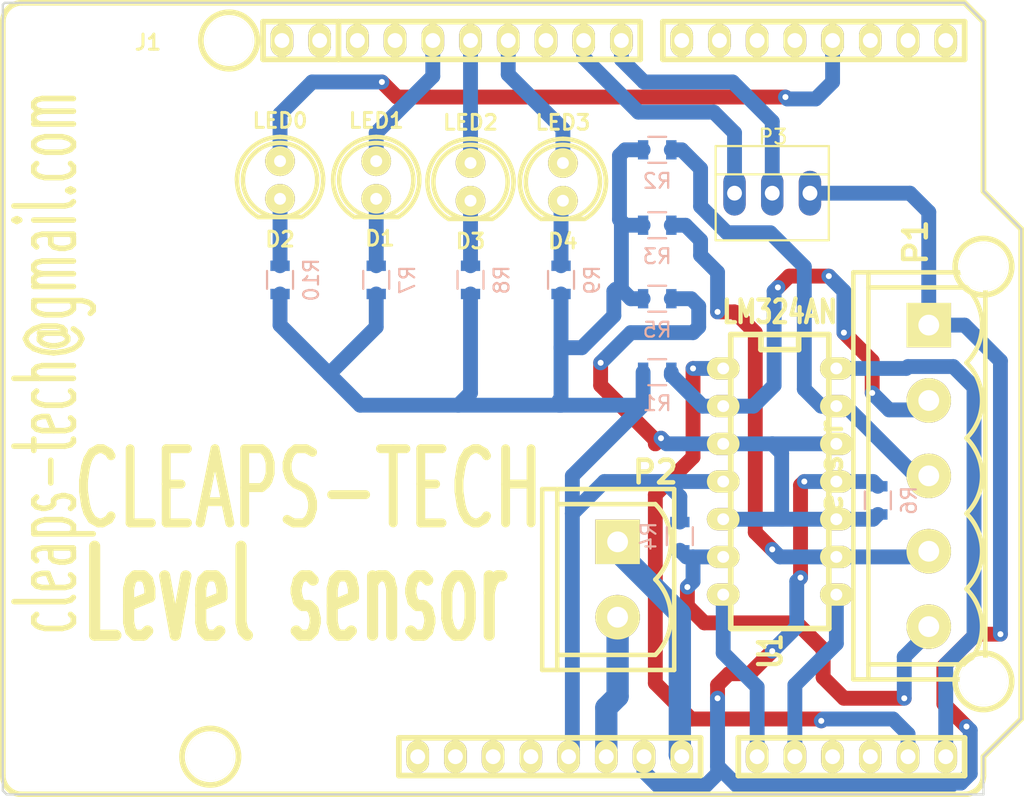
<source format=kicad_pcb>
(kicad_pcb (version 4) (host pcbnew 4.0.2-stable)

  (general
    (links 43)
    (no_connects 0)
    (area 91.1255 55.616499 160.537501 109.737501)
    (thickness 1.6)
    (drawings 22)
    (tracks 233)
    (zones 0)
    (modules 19)
    (nets 24)
  )

  (page A4)
  (layers
    (0 F.Cu signal)
    (31 B.Cu signal)
    (32 B.Adhes user)
    (33 F.Adhes user)
    (34 B.Paste user)
    (35 F.Paste user)
    (36 B.SilkS user)
    (37 F.SilkS user)
    (38 B.Mask user)
    (39 F.Mask user)
    (40 Dwgs.User user)
    (41 Cmts.User user)
    (42 Eco1.User user)
    (43 Eco2.User user)
    (44 Edge.Cuts user)
    (45 Margin user)
    (46 B.CrtYd user)
    (47 F.CrtYd user)
    (48 B.Fab user)
    (49 F.Fab user)
  )

  (setup
    (last_trace_width 0.25)
    (user_trace_width 1)
    (user_trace_width 1.5)
    (trace_clearance 0.2)
    (zone_clearance 0.508)
    (zone_45_only no)
    (trace_min 0.2)
    (segment_width 0.2)
    (edge_width 0.15)
    (via_size 0.6)
    (via_drill 0.4)
    (via_min_size 0.4)
    (via_min_drill 0.3)
    (uvia_size 0.3)
    (uvia_drill 0.1)
    (uvias_allowed no)
    (uvia_min_size 0.2)
    (uvia_min_drill 0.1)
    (pcb_text_width 0.3)
    (pcb_text_size 1.5 1.5)
    (mod_edge_width 0.15)
    (mod_text_size 1 1)
    (mod_text_width 0.15)
    (pad_size 1.524 1.524)
    (pad_drill 0.762)
    (pad_to_mask_clearance 0.2)
    (aux_axis_origin 0 0)
    (visible_elements 7FFFFFFF)
    (pcbplotparams
      (layerselection 0x03000_80000000)
      (usegerberextensions false)
      (excludeedgelayer true)
      (linewidth 0.100000)
      (plotframeref false)
      (viasonmask false)
      (mode 1)
      (useauxorigin false)
      (hpglpennumber 1)
      (hpglpenspeed 20)
      (hpglpendiameter 15)
      (hpglpenoverlay 2)
      (psnegative false)
      (psa4output false)
      (plotreference true)
      (plotvalue true)
      (plotinvisibletext false)
      (padsonsilk false)
      (subtractmaskfromsilk false)
      (outputformat 5)
      (mirror false)
      (drillshape 0)
      (scaleselection 1)
      (outputdirectory freescale/04/))
  )

  (net 0 "")
  (net 1 "Net-(D1-Pad1)")
  (net 2 "Net-(D1-Pad2)")
  (net 3 "Net-(D2-Pad1)")
  (net 4 "Net-(D2-Pad2)")
  (net 5 "Net-(D3-Pad1)")
  (net 6 "Net-(D3-Pad2)")
  (net 7 "Net-(D4-Pad1)")
  (net 8 "Net-(D4-Pad2)")
  (net 9 "Net-(J1-Pad5)")
  (net 10 "Net-(J1-Pad6)")
  (net 11 "Net-(J1-Pad7)")
  (net 12 "Net-(J1-Pad8)")
  (net 13 "Net-(J1-Pad9)")
  (net 14 "Net-(J1-Pad10)")
  (net 15 "Net-(J1-Pad13)")
  (net 16 "Net-(J1-Pad14)")
  (net 17 "Net-(J1-Pad23)")
  (net 18 "Net-(J1-Pad24)")
  (net 19 "Net-(P1-Pad4)")
  (net 20 "Net-(P1-Pad5)")
  (net 21 "Net-(P1-Pad3)")
  (net 22 "Net-(P1-Pad2)")
  (net 23 "Net-(R5-Pad2)")

  (net_class Default "Esta é a classe de net default."
    (clearance 0.2)
    (trace_width 0.25)
    (via_dia 0.6)
    (via_drill 0.4)
    (uvia_dia 0.3)
    (uvia_drill 0.1)
    (add_net "Net-(D1-Pad1)")
    (add_net "Net-(D1-Pad2)")
    (add_net "Net-(D2-Pad1)")
    (add_net "Net-(D2-Pad2)")
    (add_net "Net-(D3-Pad1)")
    (add_net "Net-(D3-Pad2)")
    (add_net "Net-(D4-Pad1)")
    (add_net "Net-(D4-Pad2)")
    (add_net "Net-(J1-Pad10)")
    (add_net "Net-(J1-Pad13)")
    (add_net "Net-(J1-Pad14)")
    (add_net "Net-(J1-Pad23)")
    (add_net "Net-(J1-Pad24)")
    (add_net "Net-(J1-Pad5)")
    (add_net "Net-(J1-Pad6)")
    (add_net "Net-(J1-Pad7)")
    (add_net "Net-(J1-Pad8)")
    (add_net "Net-(J1-Pad9)")
    (add_net "Net-(P1-Pad2)")
    (add_net "Net-(P1-Pad3)")
    (add_net "Net-(P1-Pad4)")
    (add_net "Net-(P1-Pad5)")
    (add_net "Net-(R5-Pad2)")
  )

  (module w_conn_misc:arduino_header (layer F.Cu) (tedit 576DA392) (tstamp 576DA22D)
    (at 124.587 82.677)
    (descr "Arduino Header")
    (tags Arduino)
    (path /576D196C)
    (fp_text reference J1 (at -23.241 -24.003) (layer F.SilkS)
      (effects (font (size 1.016 1.016) (thickness 0.2032)))
    )
    (fp_text value Arduino_Header (at 0 -1.27) (layer F.SilkS) hide
      (effects (font (size 1.016 0.889) (thickness 0.2032)))
    )
    (fp_line (start 31.75 -26.67) (end -31.75 -26.67) (layer F.SilkS) (width 0.381))
    (fp_line (start -31.75 26.67) (end 31.75 26.67) (layer F.SilkS) (width 0.381))
    (fp_line (start 35.56 21.59) (end 35.56 -11.43) (layer F.SilkS) (width 0.381))
    (fp_line (start 35.56 21.59) (end 33.02 24.13) (layer F.SilkS) (width 0.381))
    (fp_line (start 33.02 24.13) (end 33.02 25.4) (layer F.SilkS) (width 0.381))
    (fp_line (start 31.75 25.4) (end 16.51 25.4) (layer F.SilkS) (width 0.381))
    (fp_line (start 16.51 22.86) (end 31.75 22.86) (layer F.SilkS) (width 0.381))
    (fp_line (start 33.02 -25.4) (end 33.02 -13.97) (layer F.SilkS) (width 0.381))
    (fp_line (start 33.02 -13.97) (end 35.56 -11.43) (layer F.SilkS) (width 0.381))
    (fp_line (start 31.75 -26.67) (end 33.02 -25.4) (layer F.SilkS) (width 0.381))
    (fp_arc (start -31.75 -25.4) (end -33.02 -25.4) (angle 90) (layer F.SilkS) (width 0.381))
    (fp_line (start -33.02 25.4) (end -33.02 -25.4) (layer F.SilkS) (width 0.381))
    (fp_arc (start -31.75 25.4) (end -31.75 26.67) (angle 90) (layer F.SilkS) (width 0.381))
    (fp_arc (start 31.75 25.4) (end 33.02 25.4) (angle 90) (layer F.SilkS) (width 0.381))
    (fp_line (start -10.414 -25.4) (end -15.494 -25.4) (layer F.SilkS) (width 0.381))
    (fp_line (start -15.494 -25.4) (end -15.494 -22.86) (layer F.SilkS) (width 0.381))
    (fp_line (start -15.494 -22.86) (end -10.414 -22.86) (layer F.SilkS) (width 0.381))
    (fp_circle (center -17.78 -24.13) (end -15.875 -24.13) (layer F.SilkS) (width 0.381))
    (fp_circle (center 33.02 -8.89) (end 34.925 -8.89) (layer F.SilkS) (width 0.381))
    (fp_line (start 9.906 -22.86) (end -10.414 -22.86) (layer F.SilkS) (width 0.381))
    (fp_line (start -10.414 -22.86) (end -10.414 -25.4) (layer F.SilkS) (width 0.381))
    (fp_line (start 9.906 -22.86) (end 9.906 -25.4) (layer F.SilkS) (width 0.381))
    (fp_line (start 9.906 -25.4) (end -10.414 -25.4) (layer F.SilkS) (width 0.381))
    (fp_line (start 31.75 -25.4) (end 31.75 -22.86) (layer F.SilkS) (width 0.381))
    (fp_line (start 31.75 -22.86) (end 11.43 -22.86) (layer F.SilkS) (width 0.381))
    (fp_line (start 11.43 -22.86) (end 11.43 -25.4) (layer F.SilkS) (width 0.381))
    (fp_line (start 11.43 -25.4) (end 31.75 -25.4) (layer F.SilkS) (width 0.381))
    (fp_circle (center 33.02 19.05) (end 34.925 19.05) (layer F.SilkS) (width 0.381))
    (fp_circle (center -19.05 24.13) (end -17.145 24.13) (layer F.SilkS) (width 0.381))
    (fp_line (start -6.35 25.4) (end 13.97 25.4) (layer F.SilkS) (width 0.381))
    (fp_line (start 13.97 22.86) (end -6.35 22.86) (layer F.SilkS) (width 0.381))
    (fp_line (start 31.75 25.4) (end 31.75 22.86) (layer F.SilkS) (width 0.381))
    (fp_line (start 16.51 22.86) (end 16.51 25.4) (layer F.SilkS) (width 0.381))
    (fp_line (start 13.97 22.86) (end 13.97 25.4) (layer F.SilkS) (width 0.381))
    (fp_line (start -6.35 25.4) (end -6.35 22.86) (layer F.SilkS) (width 0.381))
    (pad 1 thru_hole oval (at -5.08 24.13) (size 1.524 2.19964) (drill 1.00076) (layers *.Cu *.Mask F.SilkS))
    (pad 2 thru_hole oval (at -2.54 24.13) (size 1.524 2.19964) (drill 1.00076) (layers *.Cu *.Mask F.SilkS))
    (pad 3 thru_hole oval (at 0 24.13) (size 1.524 2.19964) (drill 1.00076) (layers *.Cu *.Mask F.SilkS))
    (pad 4 thru_hole oval (at 2.54 24.13) (size 1.524 2.19964) (drill 1.00076) (layers *.Cu *.Mask F.SilkS))
    (pad 5 thru_hole oval (at 5.08 24.13) (size 1.524 2.19964) (drill 1.00076) (layers *.Cu *.Mask F.SilkS)
      (net 9 "Net-(J1-Pad5)"))
    (pad 6 thru_hole oval (at 7.62 24.13) (size 1.524 2.19964) (drill 1.00076) (layers *.Cu *.Mask F.SilkS)
      (net 10 "Net-(J1-Pad6)"))
    (pad 7 thru_hole oval (at 10.16 24.13) (size 1.524 2.19964) (drill 1.00076) (layers *.Cu *.Mask F.SilkS)
      (net 11 "Net-(J1-Pad7)"))
    (pad 8 thru_hole oval (at 12.7 24.13) (size 1.524 2.19964) (drill 1.00076) (layers *.Cu *.Mask F.SilkS)
      (net 12 "Net-(J1-Pad8)"))
    (pad 9 thru_hole oval (at 17.78 24.13) (size 1.524 2.19964) (drill 1.00076) (layers *.Cu *.Mask F.SilkS)
      (net 13 "Net-(J1-Pad9)"))
    (pad 10 thru_hole oval (at 20.32 24.13) (size 1.524 2.19964) (drill 1.00076) (layers *.Cu *.Mask F.SilkS)
      (net 14 "Net-(J1-Pad10)"))
    (pad 11 thru_hole oval (at 22.86 24.13) (size 1.524 2.19964) (drill 1.00076) (layers *.Cu *.Mask F.SilkS))
    (pad 12 thru_hole oval (at 25.4 24.13) (size 1.524 2.19964) (drill 1.00076) (layers *.Cu *.Mask F.SilkS))
    (pad 13 thru_hole oval (at 27.94 24.13) (size 1.524 2.19964) (drill 1.00076) (layers *.Cu *.Mask F.SilkS)
      (net 15 "Net-(J1-Pad13)"))
    (pad 14 thru_hole oval (at 30.48 24.13) (size 1.524 2.19964) (drill 1.00076) (layers *.Cu *.Mask F.SilkS)
      (net 16 "Net-(J1-Pad14)"))
    (pad "" np_thru_hole circle (at -19.05 24.13) (size 3.19786 3.19786) (drill 3.19786) (layers *.Cu *.Mask F.SilkS))
    (pad "" np_thru_hole circle (at 33.02 19.05) (size 3.19786 3.19786) (drill 3.19786) (layers *.Cu *.Mask F.SilkS))
    (pad 15 thru_hole oval (at 30.48 -24.13) (size 1.524 2.1971) (drill 0.99822) (layers *.Cu *.Mask F.SilkS))
    (pad 16 thru_hole oval (at 27.94 -24.13) (size 1.524 2.1971) (drill 0.99822) (layers *.Cu *.Mask F.SilkS))
    (pad 17 thru_hole oval (at 25.4 -24.13) (size 1.524 2.1971) (drill 0.99822) (layers *.Cu *.Mask F.SilkS))
    (pad 18 thru_hole oval (at 22.86 -24.13) (size 1.524 2.1971) (drill 0.99822) (layers *.Cu *.Mask F.SilkS)
      (net 3 "Net-(D2-Pad1)"))
    (pad 19 thru_hole oval (at 20.32 -24.13) (size 1.524 2.1971) (drill 0.99822) (layers *.Cu *.Mask F.SilkS))
    (pad 20 thru_hole oval (at 17.78 -24.13) (size 1.524 2.1971) (drill 0.99822) (layers *.Cu *.Mask F.SilkS))
    (pad 21 thru_hole oval (at 15.24 -24.13) (size 1.524 2.1971) (drill 0.99822) (layers *.Cu *.Mask F.SilkS))
    (pad 22 thru_hole oval (at 12.7 -24.13) (size 1.524 2.1971) (drill 0.99822) (layers *.Cu *.Mask F.SilkS))
    (pad 23 thru_hole oval (at 8.636 -24.13) (size 1.524 2.1971) (drill 0.99822) (layers *.Cu *.Mask F.SilkS)
      (net 17 "Net-(J1-Pad23)"))
    (pad 24 thru_hole oval (at 6.096 -24.13) (size 1.524 2.1971) (drill 0.99822) (layers *.Cu *.Mask F.SilkS)
      (net 18 "Net-(J1-Pad24)"))
    (pad 25 thru_hole oval (at 3.556 -24.13) (size 1.524 2.1971) (drill 0.99822) (layers *.Cu *.Mask F.SilkS))
    (pad 26 thru_hole oval (at 1.016 -24.13) (size 1.524 2.1971) (drill 0.99822) (layers *.Cu *.Mask F.SilkS)
      (net 7 "Net-(D4-Pad1)"))
    (pad 27 thru_hole oval (at -1.524 -24.13) (size 1.524 2.1971) (drill 0.99822) (layers *.Cu *.Mask F.SilkS)
      (net 5 "Net-(D3-Pad1)"))
    (pad 28 thru_hole oval (at -4.064 -24.13) (size 1.524 2.1971) (drill 0.99822) (layers *.Cu *.Mask F.SilkS)
      (net 1 "Net-(D1-Pad1)"))
    (pad 29 thru_hole oval (at -6.604 -24.13) (size 1.524 2.1971) (drill 0.99822) (layers *.Cu *.Mask F.SilkS))
    (pad 30 thru_hole oval (at -9.14146 -24.13) (size 1.524 2.1971) (drill 0.99822) (layers *.Cu *.Mask F.SilkS))
    (pad "" np_thru_hole circle (at -17.78 -24.13) (size 3.19786 3.19786) (drill 3.19786) (layers *.Cu *.Mask F.SilkS))
    (pad 31 thru_hole oval (at -11.684 -24.13) (size 1.524 2.1971) (drill 0.99822) (layers *.Cu *.Mask F.SilkS))
    (pad 32 thru_hole oval (at -14.224 -24.13) (size 1.524 2.1971) (drill 0.99822) (layers *.Cu *.Mask F.SilkS))
    (pad "" np_thru_hole circle (at 33.02 -8.89) (size 3.19786 3.19786) (drill 3.19786) (layers *.Cu *.Mask F.SilkS))
    (model walter/conn_misc/arduino_header.wrl
      (at (xyz 0 0 0))
      (scale (xyz 1 1 1))
      (rotate (xyz 0 0 0))
    )
  )

  (module w_indicators:led_5mm_clear (layer F.Cu) (tedit 576DA3CF) (tstamp 576DA1F3)
    (at 116.713 67.945)
    (descr "5mm clear led")
    (tags led)
    (path /576D7B75)
    (fp_text reference D1 (at 0.254 3.937) (layer F.SilkS)
      (effects (font (size 1 1) (thickness 0.2)))
    )
    (fp_text value LED1 (at 0 -4) (layer F.SilkS)
      (effects (font (size 1 1) (thickness 0.2)))
    )
    (fp_line (start -1.47066 2.49936) (end 1.47066 2.49936) (layer F.SilkS) (width 0.29972))
    (fp_arc (start 0 0) (end 2.4892 -1.49098) (angle 90) (layer F.SilkS) (width 0.29972))
    (fp_arc (start 0 0) (end -1.47066 2.49936) (angle 90) (layer F.SilkS) (width 0.29972))
    (fp_arc (start 0 0) (end 0 -2.90068) (angle 90) (layer F.SilkS) (width 0.29972))
    (fp_arc (start 0 0) (end -2.90068 0) (angle 90) (layer F.SilkS) (width 0.29972))
    (fp_circle (center 0 0) (end -2.49936 0) (layer F.SilkS) (width 0.29972))
    (pad 1 thru_hole circle (at 0 -1.27) (size 1.99898 1.99898) (drill 0.8001) (layers *.Cu *.Mask F.SilkS)
      (net 1 "Net-(D1-Pad1)"))
    (pad 2 thru_hole circle (at 0 1.27) (size 1.99898 1.99898) (drill 0.8001) (layers *.Cu *.Mask F.SilkS)
      (net 2 "Net-(D1-Pad2)"))
    (model walter/indicators/led_5mm_clear.wrl
      (at (xyz 0 0 0))
      (scale (xyz 1 1 1))
      (rotate (xyz 0 0 0))
    )
  )

  (module w_indicators:led_5mm_clear (layer F.Cu) (tedit 532D9A66) (tstamp 576DA1F9)
    (at 110.236 67.945)
    (descr "5mm clear led")
    (tags led)
    (path /576D7A66)
    (fp_text reference D2 (at 0 4) (layer F.SilkS)
      (effects (font (size 1 1) (thickness 0.2)))
    )
    (fp_text value LED0 (at 0 -4) (layer F.SilkS)
      (effects (font (size 1 1) (thickness 0.2)))
    )
    (fp_line (start -1.47066 2.49936) (end 1.47066 2.49936) (layer F.SilkS) (width 0.29972))
    (fp_arc (start 0 0) (end 2.4892 -1.49098) (angle 90) (layer F.SilkS) (width 0.29972))
    (fp_arc (start 0 0) (end -1.47066 2.49936) (angle 90) (layer F.SilkS) (width 0.29972))
    (fp_arc (start 0 0) (end 0 -2.90068) (angle 90) (layer F.SilkS) (width 0.29972))
    (fp_arc (start 0 0) (end -2.90068 0) (angle 90) (layer F.SilkS) (width 0.29972))
    (fp_circle (center 0 0) (end -2.49936 0) (layer F.SilkS) (width 0.29972))
    (pad 1 thru_hole circle (at 0 -1.27) (size 1.99898 1.99898) (drill 0.8001) (layers *.Cu *.Mask F.SilkS)
      (net 3 "Net-(D2-Pad1)"))
    (pad 2 thru_hole circle (at 0 1.27) (size 1.99898 1.99898) (drill 0.8001) (layers *.Cu *.Mask F.SilkS)
      (net 4 "Net-(D2-Pad2)"))
    (model walter/indicators/led_5mm_clear.wrl
      (at (xyz 0 0 0))
      (scale (xyz 1 1 1))
      (rotate (xyz 0 0 0))
    )
  )

  (module w_indicators:led_5mm_clear (layer F.Cu) (tedit 532D9A66) (tstamp 576DA1FF)
    (at 123.063 68.072)
    (descr "5mm clear led")
    (tags led)
    (path /576D7BFE)
    (fp_text reference D3 (at 0 4) (layer F.SilkS)
      (effects (font (size 1 1) (thickness 0.2)))
    )
    (fp_text value LED2 (at 0 -4) (layer F.SilkS)
      (effects (font (size 1 1) (thickness 0.2)))
    )
    (fp_line (start -1.47066 2.49936) (end 1.47066 2.49936) (layer F.SilkS) (width 0.29972))
    (fp_arc (start 0 0) (end 2.4892 -1.49098) (angle 90) (layer F.SilkS) (width 0.29972))
    (fp_arc (start 0 0) (end -1.47066 2.49936) (angle 90) (layer F.SilkS) (width 0.29972))
    (fp_arc (start 0 0) (end 0 -2.90068) (angle 90) (layer F.SilkS) (width 0.29972))
    (fp_arc (start 0 0) (end -2.90068 0) (angle 90) (layer F.SilkS) (width 0.29972))
    (fp_circle (center 0 0) (end -2.49936 0) (layer F.SilkS) (width 0.29972))
    (pad 1 thru_hole circle (at 0 -1.27) (size 1.99898 1.99898) (drill 0.8001) (layers *.Cu *.Mask F.SilkS)
      (net 5 "Net-(D3-Pad1)"))
    (pad 2 thru_hole circle (at 0 1.27) (size 1.99898 1.99898) (drill 0.8001) (layers *.Cu *.Mask F.SilkS)
      (net 6 "Net-(D3-Pad2)"))
    (model walter/indicators/led_5mm_clear.wrl
      (at (xyz 0 0 0))
      (scale (xyz 1 1 1))
      (rotate (xyz 0 0 0))
    )
  )

  (module w_indicators:led_5mm_clear (layer F.Cu) (tedit 532D9A66) (tstamp 576DA205)
    (at 129.286 68.072)
    (descr "5mm clear led")
    (tags led)
    (path /576D7C62)
    (fp_text reference D4 (at 0 4) (layer F.SilkS)
      (effects (font (size 1 1) (thickness 0.2)))
    )
    (fp_text value LED3 (at 0 -4) (layer F.SilkS)
      (effects (font (size 1 1) (thickness 0.2)))
    )
    (fp_line (start -1.47066 2.49936) (end 1.47066 2.49936) (layer F.SilkS) (width 0.29972))
    (fp_arc (start 0 0) (end 2.4892 -1.49098) (angle 90) (layer F.SilkS) (width 0.29972))
    (fp_arc (start 0 0) (end -1.47066 2.49936) (angle 90) (layer F.SilkS) (width 0.29972))
    (fp_arc (start 0 0) (end 0 -2.90068) (angle 90) (layer F.SilkS) (width 0.29972))
    (fp_arc (start 0 0) (end -2.90068 0) (angle 90) (layer F.SilkS) (width 0.29972))
    (fp_circle (center 0 0) (end -2.49936 0) (layer F.SilkS) (width 0.29972))
    (pad 1 thru_hole circle (at 0 -1.27) (size 1.99898 1.99898) (drill 0.8001) (layers *.Cu *.Mask F.SilkS)
      (net 7 "Net-(D4-Pad1)"))
    (pad 2 thru_hole circle (at 0 1.27) (size 1.99898 1.99898) (drill 0.8001) (layers *.Cu *.Mask F.SilkS)
      (net 8 "Net-(D4-Pad2)"))
    (model walter/indicators/led_5mm_clear.wrl
      (at (xyz 0 0 0))
      (scale (xyz 1 1 1))
      (rotate (xyz 0 0 0))
    )
  )

  (module w_conn_screw:mstbva_2,5-5-g-5,08 (layer F.Cu) (tedit 576DA4F9) (tstamp 576DA236)
    (at 153.924 87.884 270)
    (descr "Terminal block 5 pins, Phoenix MSTBVA 2,5/5-G-5,08")
    (tags DEV)
    (path /576D5A08)
    (fp_text reference P1 (at -15.748 0.889 270) (layer F.SilkS)
      (effects (font (thickness 0.3048)))
    )
    (fp_text value sensor (at 0 6.604 270) (layer F.SilkS)
      (effects (font (thickness 0.3048)))
    )
    (fp_line (start 13.716 5.08) (end -13.716 5.08) (layer F.SilkS) (width 0.3048))
    (fp_line (start -13.716 4.064) (end 13.716 4.064) (layer F.SilkS) (width 0.3048))
    (fp_line (start 13.716 -3.81) (end -13.716 -3.81) (layer F.SilkS) (width 0.3048))
    (fp_line (start -13.716 -3.81) (end -13.716 5.08) (layer F.SilkS) (width 0.3048))
    (fp_line (start 13.716 5.08) (end 13.716 -3.81) (layer F.SilkS) (width 0.3048))
    (fp_arc (start -10.16 0) (end -12.7 -2.54) (angle 90) (layer F.SilkS) (width 0.3048))
    (fp_arc (start -5.08 0) (end -7.62 -2.54) (angle 90) (layer F.SilkS) (width 0.3048))
    (fp_line (start 12.7 -2.54) (end 12.7 4.064) (layer F.SilkS) (width 0.3048))
    (fp_line (start -12.7 -2.54) (end -12.7 4.064) (layer F.SilkS) (width 0.3048))
    (fp_arc (start 0 0) (end -2.54 -2.54) (angle 90) (layer F.SilkS) (width 0.3048))
    (fp_arc (start 5.08 0) (end 2.54 -2.54) (angle 90) (layer F.SilkS) (width 0.3048))
    (fp_arc (start 10.16 0) (end 7.62 -2.54) (angle 90) (layer F.SilkS) (width 0.3048))
    (pad 1 thru_hole rect (at -10.16 0 270) (size 2.99974 2.99974) (drill 1.39954) (layers *.Cu *.Mask F.SilkS)
      (net 11 "Net-(J1-Pad7)"))
    (pad 4 thru_hole circle (at 5.08 0 270) (size 2.99974 2.99974) (drill 1.39954) (layers *.Cu *.Mask F.SilkS)
      (net 19 "Net-(P1-Pad4)"))
    (pad 5 thru_hole circle (at 10.16 0 270) (size 2.99974 2.99974) (drill 1.39954) (layers *.Cu *.Mask F.SilkS)
      (net 20 "Net-(P1-Pad5)"))
    (pad 3 thru_hole circle (at 0 0 270) (size 2.99974 2.99974) (drill 1.39954) (layers *.Cu *.Mask F.SilkS)
      (net 21 "Net-(P1-Pad3)"))
    (pad 2 thru_hole circle (at -5.08 0 270) (size 2.99974 2.99974) (drill 1.39954) (layers *.Cu *.Mask F.SilkS)
      (net 22 "Net-(P1-Pad2)"))
    (model walter/conn_screw/mstbva_2,5-5-g-5,08.wrl
      (at (xyz 0 0 0))
      (scale (xyz 1 1 1))
      (rotate (xyz 0 0 0))
    )
  )

  (module w_conn_screw:mstbva_2,5-2-g-5,08 (layer F.Cu) (tedit 576DA389) (tstamp 576DA23C)
    (at 132.969 94.869 270)
    (descr "Terminal block 2 pins, Phoenix MSTBVA 2,5/2-G-5,08")
    (tags DEV)
    (path /57616A38)
    (fp_text reference P2 (at -7.239 -2.54 360) (layer F.SilkS)
      (effects (font (thickness 0.3048)))
    )
    (fp_text value "" (at 0 6.604 270) (layer F.SilkS)
      (effects (font (thickness 0.3048)))
    )
    (fp_line (start -6.096 5.08) (end 6.096 5.08) (layer F.SilkS) (width 0.3048))
    (fp_line (start 6.096 4.064) (end -6.096 4.064) (layer F.SilkS) (width 0.3048))
    (fp_line (start -6.096 -3.81) (end 6.096 -3.81) (layer F.SilkS) (width 0.3048))
    (fp_line (start -6.096 -3.81) (end -6.096 5.08) (layer F.SilkS) (width 0.3048))
    (fp_line (start 6.096 5.08) (end 6.096 -3.81) (layer F.SilkS) (width 0.3048))
    (fp_arc (start -2.54 0) (end -5.08 -2.54) (angle 90) (layer F.SilkS) (width 0.3048))
    (fp_arc (start 2.54 0) (end 0 -2.54) (angle 90) (layer F.SilkS) (width 0.3048))
    (fp_line (start 5.08 -2.54) (end 5.08 4.064) (layer F.SilkS) (width 0.3048))
    (fp_line (start -5.08 -2.54) (end -5.08 4.064) (layer F.SilkS) (width 0.3048))
    (pad 1 thru_hole rect (at -2.54 0 270) (size 2.99974 2.99974) (drill 1.39954) (layers *.Cu *.Mask F.SilkS)
      (net 12 "Net-(J1-Pad8)"))
    (pad 2 thru_hole circle (at 2.54 0 270) (size 2.99974 2.99974) (drill 1.39954) (layers *.Cu *.Mask F.SilkS)
      (net 10 "Net-(J1-Pad6)"))
    (model walter/conn_screw/mstbva_2,5-2-g-5,08.wrl
      (at (xyz 0 0 0))
      (scale (xyz 1 1 1))
      (rotate (xyz 0 0 0))
    )
  )

  (module Connect:PINHEAD1-3 (layer F.Cu) (tedit 0) (tstamp 576DA243)
    (at 143.383 68.834)
    (path /576DA1C4)
    (attr virtual)
    (fp_text reference P3 (at 0.05 -3.8) (layer F.SilkS)
      (effects (font (size 1 1) (thickness 0.15)))
    )
    (fp_text value relés (at 0 3.81) (layer F.Fab)
      (effects (font (size 1 1) (thickness 0.15)))
    )
    (fp_line (start -3.81 -3.175) (end -3.81 3.175) (layer F.SilkS) (width 0.15))
    (fp_line (start 3.81 -3.175) (end 3.81 3.175) (layer F.SilkS) (width 0.15))
    (fp_line (start 3.81 -1.27) (end -3.81 -1.27) (layer F.SilkS) (width 0.15))
    (fp_line (start -3.81 -3.175) (end 3.81 -3.175) (layer F.SilkS) (width 0.15))
    (fp_line (start 3.81 3.175) (end -3.81 3.175) (layer F.SilkS) (width 0.15))
    (pad 1 thru_hole oval (at -2.54 0) (size 1.50622 3.01498) (drill 0.99822) (layers *.Cu *.Mask)
      (net 18 "Net-(J1-Pad24)"))
    (pad 2 thru_hole oval (at 0 0) (size 1.50622 3.01498) (drill 0.99822) (layers *.Cu *.Mask)
      (net 17 "Net-(J1-Pad23)"))
    (pad 3 thru_hole oval (at 2.54 0) (size 1.50622 3.01498) (drill 0.99822) (layers *.Cu *.Mask)
      (net 11 "Net-(J1-Pad7)"))
  )

  (module Resistors_SMD:R_0805 (layer B.Cu) (tedit 5415CDEB) (tstamp 576DA249)
    (at 135.636 80.899)
    (descr "Resistor SMD 0805, reflow soldering, Vishay (see dcrcw.pdf)")
    (tags "resistor 0805")
    (path /576D3F0B)
    (attr smd)
    (fp_text reference R1 (at 0 2.1) (layer B.SilkS)
      (effects (font (size 1 1) (thickness 0.15)) (justify mirror))
    )
    (fp_text value 1M (at 0 -2.1) (layer B.Fab)
      (effects (font (size 1 1) (thickness 0.15)) (justify mirror))
    )
    (fp_line (start -1.6 1) (end 1.6 1) (layer B.CrtYd) (width 0.05))
    (fp_line (start -1.6 -1) (end 1.6 -1) (layer B.CrtYd) (width 0.05))
    (fp_line (start -1.6 1) (end -1.6 -1) (layer B.CrtYd) (width 0.05))
    (fp_line (start 1.6 1) (end 1.6 -1) (layer B.CrtYd) (width 0.05))
    (fp_line (start 0.6 -0.875) (end -0.6 -0.875) (layer B.SilkS) (width 0.15))
    (fp_line (start -0.6 0.875) (end 0.6 0.875) (layer B.SilkS) (width 0.15))
    (pad 1 smd rect (at -0.95 0) (size 0.7 1.3) (layers B.Cu B.Paste B.Mask)
      (net 9 "Net-(J1-Pad5)"))
    (pad 2 smd rect (at 0.95 0) (size 0.7 1.3) (layers B.Cu B.Paste B.Mask)
      (net 22 "Net-(P1-Pad2)"))
    (model Resistors_SMD.3dshapes/R_0805.wrl
      (at (xyz 0 0 0))
      (scale (xyz 1 1 1))
      (rotate (xyz 0 0 0))
    )
  )

  (module Resistors_SMD:R_0805 (layer B.Cu) (tedit 5415CDEB) (tstamp 576DA24F)
    (at 135.636 65.913)
    (descr "Resistor SMD 0805, reflow soldering, Vishay (see dcrcw.pdf)")
    (tags "resistor 0805")
    (path /576D3F53)
    (attr smd)
    (fp_text reference R2 (at 0 2.1) (layer B.SilkS)
      (effects (font (size 1 1) (thickness 0.15)) (justify mirror))
    )
    (fp_text value 1M (at 0 -2.1) (layer B.Fab)
      (effects (font (size 1 1) (thickness 0.15)) (justify mirror))
    )
    (fp_line (start -1.6 1) (end 1.6 1) (layer B.CrtYd) (width 0.05))
    (fp_line (start -1.6 -1) (end 1.6 -1) (layer B.CrtYd) (width 0.05))
    (fp_line (start -1.6 1) (end -1.6 -1) (layer B.CrtYd) (width 0.05))
    (fp_line (start 1.6 1) (end 1.6 -1) (layer B.CrtYd) (width 0.05))
    (fp_line (start 0.6 -0.875) (end -0.6 -0.875) (layer B.SilkS) (width 0.15))
    (fp_line (start -0.6 0.875) (end 0.6 0.875) (layer B.SilkS) (width 0.15))
    (pad 1 smd rect (at -0.95 0) (size 0.7 1.3) (layers B.Cu B.Paste B.Mask)
      (net 9 "Net-(J1-Pad5)"))
    (pad 2 smd rect (at 0.95 0) (size 0.7 1.3) (layers B.Cu B.Paste B.Mask)
      (net 21 "Net-(P1-Pad3)"))
    (model Resistors_SMD.3dshapes/R_0805.wrl
      (at (xyz 0 0 0))
      (scale (xyz 1 1 1))
      (rotate (xyz 0 0 0))
    )
  )

  (module Resistors_SMD:R_0805 (layer B.Cu) (tedit 5415CDEB) (tstamp 576DA255)
    (at 135.636 70.993)
    (descr "Resistor SMD 0805, reflow soldering, Vishay (see dcrcw.pdf)")
    (tags "resistor 0805")
    (path /576D3FA3)
    (attr smd)
    (fp_text reference R3 (at 0 2.1) (layer B.SilkS)
      (effects (font (size 1 1) (thickness 0.15)) (justify mirror))
    )
    (fp_text value 1M (at 0 -2.1) (layer B.Fab)
      (effects (font (size 1 1) (thickness 0.15)) (justify mirror))
    )
    (fp_line (start -1.6 1) (end 1.6 1) (layer B.CrtYd) (width 0.05))
    (fp_line (start -1.6 -1) (end 1.6 -1) (layer B.CrtYd) (width 0.05))
    (fp_line (start -1.6 1) (end -1.6 -1) (layer B.CrtYd) (width 0.05))
    (fp_line (start 1.6 1) (end 1.6 -1) (layer B.CrtYd) (width 0.05))
    (fp_line (start 0.6 -0.875) (end -0.6 -0.875) (layer B.SilkS) (width 0.15))
    (fp_line (start -0.6 0.875) (end 0.6 0.875) (layer B.SilkS) (width 0.15))
    (pad 1 smd rect (at -0.95 0) (size 0.7 1.3) (layers B.Cu B.Paste B.Mask)
      (net 9 "Net-(J1-Pad5)"))
    (pad 2 smd rect (at 0.95 0) (size 0.7 1.3) (layers B.Cu B.Paste B.Mask)
      (net 19 "Net-(P1-Pad4)"))
    (model Resistors_SMD.3dshapes/R_0805.wrl
      (at (xyz 0 0 0))
      (scale (xyz 1 1 1))
      (rotate (xyz 0 0 0))
    )
  )

  (module Resistors_SMD:R_0805 (layer B.Cu) (tedit 5415CDEB) (tstamp 576DA25B)
    (at 137.16 91.948 270)
    (descr "Resistor SMD 0805, reflow soldering, Vishay (see dcrcw.pdf)")
    (tags "resistor 0805")
    (path /576D4020)
    (attr smd)
    (fp_text reference R4 (at 0 2.1 270) (layer B.SilkS)
      (effects (font (size 1 1) (thickness 0.15)) (justify mirror))
    )
    (fp_text value 1M (at 0 -2.1 270) (layer B.Fab)
      (effects (font (size 1 1) (thickness 0.15)) (justify mirror))
    )
    (fp_line (start -1.6 1) (end 1.6 1) (layer B.CrtYd) (width 0.05))
    (fp_line (start -1.6 -1) (end 1.6 -1) (layer B.CrtYd) (width 0.05))
    (fp_line (start -1.6 1) (end -1.6 -1) (layer B.CrtYd) (width 0.05))
    (fp_line (start 1.6 1) (end 1.6 -1) (layer B.CrtYd) (width 0.05))
    (fp_line (start 0.6 -0.875) (end -0.6 -0.875) (layer B.SilkS) (width 0.15))
    (fp_line (start -0.6 0.875) (end 0.6 0.875) (layer B.SilkS) (width 0.15))
    (pad 1 smd rect (at -0.95 0 270) (size 0.7 1.3) (layers B.Cu B.Paste B.Mask)
      (net 9 "Net-(J1-Pad5)"))
    (pad 2 smd rect (at 0.95 0 270) (size 0.7 1.3) (layers B.Cu B.Paste B.Mask)
      (net 20 "Net-(P1-Pad5)"))
    (model Resistors_SMD.3dshapes/R_0805.wrl
      (at (xyz 0 0 0))
      (scale (xyz 1 1 1))
      (rotate (xyz 0 0 0))
    )
  )

  (module Resistors_SMD:R_0805 (layer B.Cu) (tedit 5415CDEB) (tstamp 576DA261)
    (at 135.636 75.946)
    (descr "Resistor SMD 0805, reflow soldering, Vishay (see dcrcw.pdf)")
    (tags "resistor 0805")
    (path /576D4064)
    (attr smd)
    (fp_text reference R5 (at 0 2.1) (layer B.SilkS)
      (effects (font (size 1 1) (thickness 0.15)) (justify mirror))
    )
    (fp_text value 1M (at 0 -2.1) (layer B.Fab)
      (effects (font (size 1 1) (thickness 0.15)) (justify mirror))
    )
    (fp_line (start -1.6 1) (end 1.6 1) (layer B.CrtYd) (width 0.05))
    (fp_line (start -1.6 -1) (end 1.6 -1) (layer B.CrtYd) (width 0.05))
    (fp_line (start -1.6 1) (end -1.6 -1) (layer B.CrtYd) (width 0.05))
    (fp_line (start 1.6 1) (end 1.6 -1) (layer B.CrtYd) (width 0.05))
    (fp_line (start 0.6 -0.875) (end -0.6 -0.875) (layer B.SilkS) (width 0.15))
    (fp_line (start -0.6 0.875) (end 0.6 0.875) (layer B.SilkS) (width 0.15))
    (pad 1 smd rect (at -0.95 0) (size 0.7 1.3) (layers B.Cu B.Paste B.Mask)
      (net 9 "Net-(J1-Pad5)"))
    (pad 2 smd rect (at 0.95 0) (size 0.7 1.3) (layers B.Cu B.Paste B.Mask)
      (net 23 "Net-(R5-Pad2)"))
    (model Resistors_SMD.3dshapes/R_0805.wrl
      (at (xyz 0 0 0))
      (scale (xyz 1 1 1))
      (rotate (xyz 0 0 0))
    )
  )

  (module Resistors_SMD:R_0805 (layer B.Cu) (tedit 5415CDEB) (tstamp 576DA267)
    (at 150.495 89.535 90)
    (descr "Resistor SMD 0805, reflow soldering, Vishay (see dcrcw.pdf)")
    (tags "resistor 0805")
    (path /576D4B9A)
    (attr smd)
    (fp_text reference R6 (at 0 2.1 90) (layer B.SilkS)
      (effects (font (size 1 1) (thickness 0.15)) (justify mirror))
    )
    (fp_text value 10K (at 0 -2.1 90) (layer B.Fab)
      (effects (font (size 1 1) (thickness 0.15)) (justify mirror))
    )
    (fp_line (start -1.6 1) (end 1.6 1) (layer B.CrtYd) (width 0.05))
    (fp_line (start -1.6 -1) (end 1.6 -1) (layer B.CrtYd) (width 0.05))
    (fp_line (start -1.6 1) (end -1.6 -1) (layer B.CrtYd) (width 0.05))
    (fp_line (start 1.6 1) (end 1.6 -1) (layer B.CrtYd) (width 0.05))
    (fp_line (start 0.6 -0.875) (end -0.6 -0.875) (layer B.SilkS) (width 0.15))
    (fp_line (start -0.6 0.875) (end 0.6 0.875) (layer B.SilkS) (width 0.15))
    (pad 1 smd rect (at -0.95 0 90) (size 0.7 1.3) (layers B.Cu B.Paste B.Mask)
      (net 23 "Net-(R5-Pad2)"))
    (pad 2 smd rect (at 0.95 0 90) (size 0.7 1.3) (layers B.Cu B.Paste B.Mask)
      (net 11 "Net-(J1-Pad7)"))
    (model Resistors_SMD.3dshapes/R_0805.wrl
      (at (xyz 0 0 0))
      (scale (xyz 1 1 1))
      (rotate (xyz 0 0 0))
    )
  )

  (module Resistors_SMD:R_0805 (layer B.Cu) (tedit 5415CDEB) (tstamp 576DA26D)
    (at 116.713 74.676 90)
    (descr "Resistor SMD 0805, reflow soldering, Vishay (see dcrcw.pdf)")
    (tags "resistor 0805")
    (path /576D8AA5)
    (attr smd)
    (fp_text reference R7 (at 0 2.1 90) (layer B.SilkS)
      (effects (font (size 1 1) (thickness 0.15)) (justify mirror))
    )
    (fp_text value 100R (at 0 -2.1 90) (layer B.Fab)
      (effects (font (size 1 1) (thickness 0.15)) (justify mirror))
    )
    (fp_line (start -1.6 1) (end 1.6 1) (layer B.CrtYd) (width 0.05))
    (fp_line (start -1.6 -1) (end 1.6 -1) (layer B.CrtYd) (width 0.05))
    (fp_line (start -1.6 1) (end -1.6 -1) (layer B.CrtYd) (width 0.05))
    (fp_line (start 1.6 1) (end 1.6 -1) (layer B.CrtYd) (width 0.05))
    (fp_line (start 0.6 -0.875) (end -0.6 -0.875) (layer B.SilkS) (width 0.15))
    (fp_line (start -0.6 0.875) (end 0.6 0.875) (layer B.SilkS) (width 0.15))
    (pad 1 smd rect (at -0.95 0 90) (size 0.7 1.3) (layers B.Cu B.Paste B.Mask)
      (net 9 "Net-(J1-Pad5)"))
    (pad 2 smd rect (at 0.95 0 90) (size 0.7 1.3) (layers B.Cu B.Paste B.Mask)
      (net 2 "Net-(D1-Pad2)"))
    (model Resistors_SMD.3dshapes/R_0805.wrl
      (at (xyz 0 0 0))
      (scale (xyz 1 1 1))
      (rotate (xyz 0 0 0))
    )
  )

  (module Resistors_SMD:R_0805 (layer B.Cu) (tedit 5415CDEB) (tstamp 576DA273)
    (at 123.063 74.676 90)
    (descr "Resistor SMD 0805, reflow soldering, Vishay (see dcrcw.pdf)")
    (tags "resistor 0805")
    (path /576D887A)
    (attr smd)
    (fp_text reference R8 (at 0 2.1 90) (layer B.SilkS)
      (effects (font (size 1 1) (thickness 0.15)) (justify mirror))
    )
    (fp_text value 100R (at 0 -2.1 90) (layer B.Fab)
      (effects (font (size 1 1) (thickness 0.15)) (justify mirror))
    )
    (fp_line (start -1.6 1) (end 1.6 1) (layer B.CrtYd) (width 0.05))
    (fp_line (start -1.6 -1) (end 1.6 -1) (layer B.CrtYd) (width 0.05))
    (fp_line (start -1.6 1) (end -1.6 -1) (layer B.CrtYd) (width 0.05))
    (fp_line (start 1.6 1) (end 1.6 -1) (layer B.CrtYd) (width 0.05))
    (fp_line (start 0.6 -0.875) (end -0.6 -0.875) (layer B.SilkS) (width 0.15))
    (fp_line (start -0.6 0.875) (end 0.6 0.875) (layer B.SilkS) (width 0.15))
    (pad 1 smd rect (at -0.95 0 90) (size 0.7 1.3) (layers B.Cu B.Paste B.Mask)
      (net 9 "Net-(J1-Pad5)"))
    (pad 2 smd rect (at 0.95 0 90) (size 0.7 1.3) (layers B.Cu B.Paste B.Mask)
      (net 6 "Net-(D3-Pad2)"))
    (model Resistors_SMD.3dshapes/R_0805.wrl
      (at (xyz 0 0 0))
      (scale (xyz 1 1 1))
      (rotate (xyz 0 0 0))
    )
  )

  (module Resistors_SMD:R_0805 (layer B.Cu) (tedit 5415CDEB) (tstamp 576DA279)
    (at 129.159 74.676 90)
    (descr "Resistor SMD 0805, reflow soldering, Vishay (see dcrcw.pdf)")
    (tags "resistor 0805")
    (path /576D87FE)
    (attr smd)
    (fp_text reference R9 (at 0 2.1 90) (layer B.SilkS)
      (effects (font (size 1 1) (thickness 0.15)) (justify mirror))
    )
    (fp_text value 100R (at 0 -2.1 90) (layer B.Fab)
      (effects (font (size 1 1) (thickness 0.15)) (justify mirror))
    )
    (fp_line (start -1.6 1) (end 1.6 1) (layer B.CrtYd) (width 0.05))
    (fp_line (start -1.6 -1) (end 1.6 -1) (layer B.CrtYd) (width 0.05))
    (fp_line (start -1.6 1) (end -1.6 -1) (layer B.CrtYd) (width 0.05))
    (fp_line (start 1.6 1) (end 1.6 -1) (layer B.CrtYd) (width 0.05))
    (fp_line (start 0.6 -0.875) (end -0.6 -0.875) (layer B.SilkS) (width 0.15))
    (fp_line (start -0.6 0.875) (end 0.6 0.875) (layer B.SilkS) (width 0.15))
    (pad 1 smd rect (at -0.95 0 90) (size 0.7 1.3) (layers B.Cu B.Paste B.Mask)
      (net 9 "Net-(J1-Pad5)"))
    (pad 2 smd rect (at 0.95 0 90) (size 0.7 1.3) (layers B.Cu B.Paste B.Mask)
      (net 8 "Net-(D4-Pad2)"))
    (model Resistors_SMD.3dshapes/R_0805.wrl
      (at (xyz 0 0 0))
      (scale (xyz 1 1 1))
      (rotate (xyz 0 0 0))
    )
  )

  (module Resistors_SMD:R_0805 (layer B.Cu) (tedit 5415CDEB) (tstamp 576DA27F)
    (at 110.236 74.676 90)
    (descr "Resistor SMD 0805, reflow soldering, Vishay (see dcrcw.pdf)")
    (tags "resistor 0805")
    (path /576D3D39)
    (attr smd)
    (fp_text reference R10 (at 0 2.1 90) (layer B.SilkS)
      (effects (font (size 1 1) (thickness 0.15)) (justify mirror))
    )
    (fp_text value 100R (at 0 -2.1 90) (layer B.Fab)
      (effects (font (size 1 1) (thickness 0.15)) (justify mirror))
    )
    (fp_line (start -1.6 1) (end 1.6 1) (layer B.CrtYd) (width 0.05))
    (fp_line (start -1.6 -1) (end 1.6 -1) (layer B.CrtYd) (width 0.05))
    (fp_line (start -1.6 1) (end -1.6 -1) (layer B.CrtYd) (width 0.05))
    (fp_line (start 1.6 1) (end 1.6 -1) (layer B.CrtYd) (width 0.05))
    (fp_line (start 0.6 -0.875) (end -0.6 -0.875) (layer B.SilkS) (width 0.15))
    (fp_line (start -0.6 0.875) (end 0.6 0.875) (layer B.SilkS) (width 0.15))
    (pad 1 smd rect (at -0.95 0 90) (size 0.7 1.3) (layers B.Cu B.Paste B.Mask)
      (net 9 "Net-(J1-Pad5)"))
    (pad 2 smd rect (at 0.95 0 90) (size 0.7 1.3) (layers B.Cu B.Paste B.Mask)
      (net 4 "Net-(D2-Pad2)"))
    (model Resistors_SMD.3dshapes/R_0805.wrl
      (at (xyz 0 0 0))
      (scale (xyz 1 1 1))
      (rotate (xyz 0 0 0))
    )
  )

  (module w_pth_circuits:dil_14-300 (layer F.Cu) (tedit 576DA4FE) (tstamp 576DA291)
    (at 143.891 88.265 270)
    (descr "IC, DIL14 x 0,3\"")
    (tags DIL)
    (path /576167EA)
    (fp_text reference U1 (at 11.43 0.635 270) (layer F.SilkS)
      (effects (font (size 1.524 1.143) (thickness 0.28702)))
    )
    (fp_text value LM324AN (at -11.43 0 360) (layer F.SilkS)
      (effects (font (size 1.524 1.143) (thickness 0.28702)))
    )
    (fp_line (start -8.89 -1.27) (end -8.89 1.27) (layer F.SilkS) (width 0.381))
    (fp_line (start 9.906 3.302) (end -9.906 3.302) (layer F.SilkS) (width 0.381))
    (fp_line (start -9.906 -3.302) (end 9.906 -3.302) (layer F.SilkS) (width 0.381))
    (fp_line (start -8.89 1.27) (end -9.906 1.27) (layer F.SilkS) (width 0.381))
    (fp_line (start -8.89 -1.27) (end -9.906 -1.27) (layer F.SilkS) (width 0.381))
    (fp_line (start 9.906 -3.302) (end 9.906 3.302) (layer F.SilkS) (width 0.381))
    (fp_line (start -9.906 3.302) (end -9.906 -3.302) (layer F.SilkS) (width 0.381))
    (pad 1 thru_hole oval (at -7.62 3.81 270) (size 1.50114 2.19964) (drill 0.8001) (layers *.Cu *.Mask F.SilkS)
      (net 15 "Net-(J1-Pad13)"))
    (pad 2 thru_hole oval (at -5.08 3.81 270) (size 1.50114 2.19964) (drill 0.8001) (layers *.Cu *.Mask F.SilkS)
      (net 22 "Net-(P1-Pad2)"))
    (pad 3 thru_hole oval (at -2.54 3.81 270) (size 1.50114 2.19964) (drill 0.8001) (layers *.Cu *.Mask F.SilkS)
      (net 23 "Net-(R5-Pad2)"))
    (pad 4 thru_hole oval (at 0 3.81 270) (size 1.50114 2.19964) (drill 0.8001) (layers *.Cu *.Mask F.SilkS)
      (net 9 "Net-(J1-Pad5)"))
    (pad 5 thru_hole oval (at 2.54 3.81 270) (size 1.50114 2.19964) (drill 0.8001) (layers *.Cu *.Mask F.SilkS)
      (net 23 "Net-(R5-Pad2)"))
    (pad 6 thru_hole oval (at 5.08 3.81 270) (size 1.50114 2.19964) (drill 0.8001) (layers *.Cu *.Mask F.SilkS)
      (net 20 "Net-(P1-Pad5)"))
    (pad 7 thru_hole oval (at 7.62 3.81 270) (size 1.50114 2.19964) (drill 0.8001) (layers *.Cu *.Mask F.SilkS)
      (net 13 "Net-(J1-Pad9)"))
    (pad 8 thru_hole oval (at 7.62 -3.81 270) (size 1.50114 2.19964) (drill 0.8001) (layers *.Cu *.Mask F.SilkS)
      (net 14 "Net-(J1-Pad10)"))
    (pad 9 thru_hole oval (at 5.08 -3.81 270) (size 1.50114 2.19964) (drill 0.8001) (layers *.Cu *.Mask F.SilkS)
      (net 19 "Net-(P1-Pad4)"))
    (pad 10 thru_hole oval (at 2.54 -3.81 270) (size 1.50114 2.19964) (drill 0.8001) (layers *.Cu *.Mask F.SilkS)
      (net 23 "Net-(R5-Pad2)"))
    (pad 11 thru_hole oval (at 0 -3.81 270) (size 1.50114 2.19964) (drill 0.8001) (layers *.Cu *.Mask F.SilkS)
      (net 11 "Net-(J1-Pad7)"))
    (pad 12 thru_hole oval (at -2.54 -3.81 270) (size 1.50114 2.19964) (drill 0.8001) (layers *.Cu *.Mask F.SilkS)
      (net 23 "Net-(R5-Pad2)"))
    (pad 13 thru_hole oval (at -5.08 -3.81 270) (size 1.50114 2.19964) (drill 0.8001) (layers *.Cu *.Mask F.SilkS)
      (net 21 "Net-(P1-Pad3)"))
    (pad 14 thru_hole oval (at -7.62 -3.81 270) (size 1.50114 2.19964) (drill 0.8001) (layers *.Cu *.Mask F.SilkS)
      (net 16 "Net-(J1-Pad14)"))
    (model walter/pth_circuits/dil_14-300.wrl
      (at (xyz 0 0 0))
      (scale (xyz 1 1 1))
      (rotate (xyz 0 0 0))
    )
  )

  (gr_line (start 157.607 106.807) (end 160.147 104.267) (angle 90) (layer Edge.Cuts) (width 0.15))
  (gr_line (start 157.607 109.347) (end 157.607 106.807) (angle 90) (layer Edge.Cuts) (width 0.15))
  (gr_line (start 95.123 109.347) (end 157.607 109.347) (angle 90) (layer Edge.Cuts) (width 0.15))
  (gr_line (start 93.091 109.347) (end 95.123 109.347) (angle 90) (layer Edge.Cuts) (width 0.15))
  (gr_line (start 91.821 109.347) (end 93.091 109.347) (angle 90) (layer Edge.Cuts) (width 0.15))
  (gr_line (start 91.694 109.22) (end 91.821 109.347) (angle 90) (layer Edge.Cuts) (width 0.15))
  (gr_line (start 91.567 109.093) (end 91.694 109.22) (angle 90) (layer Edge.Cuts) (width 0.15))
  (gr_line (start 91.567 107.188) (end 91.567 109.093) (angle 90) (layer Edge.Cuts) (width 0.15))
  (gr_line (start 91.567 57.658) (end 91.567 107.188) (angle 90) (layer Edge.Cuts) (width 0.15))
  (gr_line (start 91.567 56.134) (end 91.567 57.658) (angle 90) (layer Edge.Cuts) (width 0.15))
  (gr_line (start 91.694 56.007) (end 91.567 56.134) (angle 90) (layer Edge.Cuts) (width 0.15))
  (gr_line (start 92.71 56.007) (end 91.694 56.007) (angle 90) (layer Edge.Cuts) (width 0.15))
  (gr_line (start 155.321 56.007) (end 92.71 56.007) (angle 90) (layer Edge.Cuts) (width 0.15))
  (gr_line (start 156.337 56.007) (end 155.321 56.007) (angle 90) (layer Edge.Cuts) (width 0.15))
  (gr_line (start 157.607 57.277) (end 156.337 56.007) (angle 90) (layer Edge.Cuts) (width 0.15))
  (gr_line (start 157.607 67.31) (end 157.607 57.277) (angle 90) (layer Edge.Cuts) (width 0.15))
  (gr_line (start 157.607 68.707) (end 157.607 67.31) (angle 90) (layer Edge.Cuts) (width 0.15))
  (gr_line (start 160.147 71.247) (end 157.607 68.707) (angle 90) (layer Edge.Cuts) (width 0.15))
  (gr_line (start 160.147 104.267) (end 160.147 71.247) (angle 90) (layer Edge.Cuts) (width 0.15))
  (gr_text cleaps-tech@gmail.com (at 94.488 80.264 90) (layer F.SilkS)
    (effects (font (size 4 2) (thickness 0.375)))
  )
  (gr_text "Level sensor" (at 111.252 95.885) (layer F.SilkS)
    (effects (font (size 6 3) (thickness 0.75)))
  )
  (gr_text "CLEAPS-TECH\n" (at 112.141 88.773) (layer F.SilkS)
    (effects (font (size 5 3) (thickness 0.6)))
  )

  (segment (start 120.523 58.547) (end 120.523 60.96) (width 1) (layer B.Cu) (net 1))
  (segment (start 116.713 64.77) (end 116.713 66.675) (width 1) (layer B.Cu) (net 1) (tstamp 576DA6B8))
  (segment (start 120.523 60.96) (end 116.713 64.77) (width 1) (layer B.Cu) (net 1) (tstamp 576DA6B7))
  (segment (start 116.713 73.726) (end 116.713 69.215) (width 1) (layer B.Cu) (net 2))
  (segment (start 110.236 66.675) (end 110.236 63.5) (width 1) (layer B.Cu) (net 3))
  (segment (start 147.447 61.341) (end 147.447 58.547) (width 1) (layer B.Cu) (net 3) (tstamp 576DA6F0))
  (segment (start 146.304 62.484) (end 147.447 61.341) (width 1) (layer B.Cu) (net 3) (tstamp 576DA6EF))
  (segment (start 144.399 62.484) (end 146.304 62.484) (width 1) (layer B.Cu) (net 3) (tstamp 576DA6EE))
  (segment (start 144.272 62.357) (end 144.399 62.484) (width 1) (layer B.Cu) (net 3) (tstamp 576DA6ED))
  (via (at 144.272 62.357) (size 0.6) (drill 0.4) (layers F.Cu B.Cu) (net 3))
  (segment (start 118.11 62.357) (end 144.272 62.357) (width 1) (layer F.Cu) (net 3) (tstamp 576DA6E1))
  (segment (start 117.094 61.341) (end 118.11 62.357) (width 1) (layer F.Cu) (net 3) (tstamp 576DA6E0))
  (via (at 117.094 61.341) (size 0.6) (drill 0.4) (layers F.Cu B.Cu) (net 3))
  (segment (start 112.395 61.341) (end 117.094 61.341) (width 1) (layer B.Cu) (net 3) (tstamp 576DA6D4))
  (segment (start 110.236 63.5) (end 112.395 61.341) (width 1) (layer B.Cu) (net 3) (tstamp 576DA6CE))
  (segment (start 110.236 73.726) (end 110.236 69.215) (width 1) (layer B.Cu) (net 4))
  (segment (start 123.063 58.547) (end 123.063 66.802) (width 1) (layer B.Cu) (net 5))
  (segment (start 123.063 73.726) (end 123.063 69.342) (width 1) (layer B.Cu) (net 6))
  (segment (start 125.603 58.547) (end 125.603 60.833) (width 1) (layer B.Cu) (net 7))
  (segment (start 129.286 64.516) (end 129.286 66.802) (width 1) (layer B.Cu) (net 7) (tstamp 576DA6BE))
  (segment (start 125.603 60.833) (end 129.286 64.516) (width 1) (layer B.Cu) (net 7) (tstamp 576DA6BD))
  (segment (start 129.159 73.726) (end 129.159 69.469) (width 1) (layer B.Cu) (net 8))
  (segment (start 129.159 69.469) (end 129.286 69.342) (width 1) (layer B.Cu) (net 8) (tstamp 576DA6C1))
  (segment (start 137.16 90.998) (end 137.16 89.281) (width 1) (layer B.Cu) (net 9))
  (segment (start 137.16 89.281) (end 136.144 88.265) (width 1) (layer B.Cu) (net 9) (tstamp 576DA88B))
  (segment (start 133.223 75.311) (end 132.842 75.311) (width 1) (layer B.Cu) (net 9))
  (segment (start 130.556 79.248) (end 129.159 79.248) (width 1) (layer B.Cu) (net 9) (tstamp 576DA7E0))
  (segment (start 132.715 77.089) (end 130.556 79.248) (width 1) (layer B.Cu) (net 9) (tstamp 576DA7DF))
  (segment (start 132.715 75.438) (end 132.715 77.089) (width 1) (layer B.Cu) (net 9) (tstamp 576DA7DA))
  (segment (start 132.842 75.311) (end 132.715 75.438) (width 1) (layer B.Cu) (net 9) (tstamp 576DA7D8))
  (segment (start 133.223 70.993) (end 133.223 75.311) (width 1) (layer B.Cu) (net 9))
  (segment (start 133.858 75.946) (end 134.686 75.946) (width 1) (layer B.Cu) (net 9) (tstamp 576DA7D5))
  (segment (start 133.223 75.311) (end 133.858 75.946) (width 1) (layer B.Cu) (net 9) (tstamp 576DA7D4))
  (segment (start 134.686 65.913) (end 133.477 65.913) (width 1) (layer B.Cu) (net 9))
  (segment (start 133.477 70.993) (end 133.223 70.993) (width 1) (layer B.Cu) (net 9) (tstamp 576DA725))
  (segment (start 133.223 70.993) (end 134.686 70.993) (width 1) (layer B.Cu) (net 9) (tstamp 576DA7D2))
  (segment (start 133.096 70.612) (end 133.477 70.993) (width 1) (layer B.Cu) (net 9) (tstamp 576DA724))
  (segment (start 133.096 66.294) (end 133.096 70.612) (width 1) (layer B.Cu) (net 9) (tstamp 576DA721))
  (segment (start 133.477 65.913) (end 133.096 66.294) (width 1) (layer B.Cu) (net 9) (tstamp 576DA71E))
  (segment (start 129.159 75.626) (end 129.159 79.248) (width 1) (layer B.Cu) (net 9))
  (segment (start 129.159 79.248) (end 129.159 83.119) (width 1) (layer B.Cu) (net 9) (tstamp 576DA7E3))
  (segment (start 129.159 83.119) (end 129.032 82.992) (width 1) (layer B.Cu) (net 9) (tstamp 576DA70D))
  (segment (start 129.032 82.992) (end 129.032 82.804) (width 1) (layer B.Cu) (net 9) (tstamp 576DA70E))
  (segment (start 129.032 82.804) (end 129.032 83.119) (width 1) (layer B.Cu) (net 9) (tstamp 576DA70F))
  (segment (start 123.063 75.626) (end 123.063 82.296) (width 1) (layer B.Cu) (net 9))
  (segment (start 123.063 82.296) (end 122.24 83.119) (width 1) (layer B.Cu) (net 9) (tstamp 576DA708))
  (segment (start 116.713 75.626) (end 116.713 77.851) (width 1) (layer B.Cu) (net 9))
  (segment (start 116.713 77.851) (end 113.538 81.026) (width 1) (layer B.Cu) (net 9) (tstamp 576DA6FF))
  (segment (start 110.236 75.626) (end 110.236 77.724) (width 1) (layer B.Cu) (net 9))
  (segment (start 115.631 83.119) (end 122.24 83.119) (width 1) (layer B.Cu) (net 9) (tstamp 576DA6F7))
  (segment (start 122.24 83.119) (end 129.032 83.119) (width 1) (layer B.Cu) (net 9) (tstamp 576DA70B))
  (segment (start 129.032 83.119) (end 134.686 83.119) (width 1) (layer B.Cu) (net 9) (tstamp 576DA710))
  (segment (start 110.236 77.724) (end 113.538 81.026) (width 1) (layer B.Cu) (net 9) (tstamp 576DA6F5))
  (segment (start 113.538 81.026) (end 115.631 83.119) (width 1) (layer B.Cu) (net 9) (tstamp 576DA706))
  (segment (start 134.686 80.899) (end 134.686 83.119) (width 1) (layer B.Cu) (net 9))
  (segment (start 129.921 87.884) (end 129.921 90.424) (width 1) (layer B.Cu) (net 9) (tstamp 576DA651))
  (segment (start 134.686 83.119) (end 129.921 87.884) (width 1) (layer B.Cu) (net 9) (tstamp 576DA64F))
  (segment (start 140.081 88.265) (end 136.144 88.265) (width 1) (layer B.Cu) (net 9))
  (segment (start 136.144 88.265) (end 132.08 88.265) (width 1) (layer B.Cu) (net 9) (tstamp 576DA893))
  (segment (start 129.921 90.424) (end 129.921 106.553) (width 1) (layer B.Cu) (net 9) (tstamp 576DA642))
  (segment (start 132.08 88.265) (end 129.921 90.424) (width 1) (layer B.Cu) (net 9) (tstamp 576DA63D))
  (segment (start 129.921 106.553) (end 129.667 106.807) (width 1) (layer B.Cu) (net 9) (tstamp 576DA644))
  (segment (start 132.969 97.409) (end 132.969 102.743) (width 1.5) (layer B.Cu) (net 10))
  (segment (start 132.207 103.505) (end 132.207 106.807) (width 1.5) (layer B.Cu) (net 10) (tstamp 576DA5FA))
  (segment (start 132.969 102.743) (end 132.207 103.505) (width 1.5) (layer B.Cu) (net 10) (tstamp 576DA5F8))
  (segment (start 139.7 102.87) (end 139.7 107.442) (width 1) (layer B.Cu) (net 11))
  (segment (start 156.337 77.724) (end 158.75 80.137) (width 1) (layer B.Cu) (net 11) (tstamp 576DA8DE))
  (segment (start 158.75 80.137) (end 158.75 98.552) (width 1) (layer B.Cu) (net 11) (tstamp 576DA8E0))
  (segment (start 156.337 77.724) (end 153.924 77.724) (width 1) (layer B.Cu) (net 11))
  (via (at 158.75 98.552) (size 0.6) (drill 0.4) (layers F.Cu B.Cu) (net 11))
  (segment (start 157.099 98.552) (end 158.75 98.552) (width 1) (layer F.Cu) (net 11) (tstamp 576DA96D))
  (segment (start 154.94 100.711) (end 157.099 98.552) (width 1) (layer F.Cu) (net 11) (tstamp 576DA96B))
  (segment (start 154.94 103.251) (end 154.94 100.711) (width 1) (layer F.Cu) (net 11) (tstamp 576DA968))
  (segment (start 156.464 104.775) (end 154.94 103.251) (width 1) (layer F.Cu) (net 11) (tstamp 576DA967))
  (via (at 156.464 104.775) (size 0.6) (drill 0.4) (layers F.Cu B.Cu) (net 11))
  (segment (start 156.718 105.029) (end 156.464 104.775) (width 1) (layer B.Cu) (net 11) (tstamp 576DA961))
  (segment (start 156.718 107.95) (end 156.718 105.029) (width 1) (layer B.Cu) (net 11) (tstamp 576DA960))
  (segment (start 156.083 108.585) (end 156.718 107.95) (width 1) (layer B.Cu) (net 11) (tstamp 576DA95D))
  (segment (start 155.575 108.585) (end 156.083 108.585) (width 1) (layer B.Cu) (net 11) (tstamp 576DA95A))
  (segment (start 155.448 108.712) (end 155.575 108.585) (width 1) (layer B.Cu) (net 11) (tstamp 576DA955))
  (segment (start 140.97 108.712) (end 155.448 108.712) (width 1) (layer B.Cu) (net 11) (tstamp 576DA94C))
  (segment (start 139.7 107.442) (end 140.97 108.712) (width 1) (layer B.Cu) (net 11) (tstamp 576DA94A))
  (segment (start 147.701 88.265) (end 145.542 88.265) (width 1) (layer B.Cu) (net 11))
  (segment (start 139.7 107.95) (end 139.7 102.997) (width 1) (layer B.Cu) (net 11) (tstamp 576DA627))
  (segment (start 138.938 108.712) (end 139.7 107.95) (width 1) (layer B.Cu) (net 11) (tstamp 576DA622))
  (segment (start 135.636 108.712) (end 138.938 108.712) (width 1) (layer B.Cu) (net 11) (tstamp 576DA61E))
  (segment (start 135.636 108.712) (end 134.747 107.823) (width 1) (layer B.Cu) (net 11) (tstamp 576DA61B))
  (segment (start 139.7 102.87) (end 139.7 102.997) (width 1) (layer B.Cu) (net 11) (tstamp 576DA796))
  (via (at 139.7 102.87) (size 0.6) (drill 0.4) (layers F.Cu B.Cu) (net 11))
  (segment (start 139.7 101.981) (end 139.7 102.87) (width 1) (layer F.Cu) (net 11) (tstamp 576DA794))
  (segment (start 140.462 101.219) (end 139.7 101.981) (width 1) (layer F.Cu) (net 11) (tstamp 576DA793))
  (segment (start 141.859 101.219) (end 140.462 101.219) (width 1) (layer F.Cu) (net 11) (tstamp 576DA792))
  (segment (start 143.383 99.695) (end 141.859 101.219) (width 1) (layer F.Cu) (net 11) (tstamp 576DA791))
  (via (at 143.383 99.695) (size 0.6) (drill 0.4) (layers F.Cu B.Cu) (net 11))
  (segment (start 145.034 98.044) (end 143.383 99.695) (width 1) (layer B.Cu) (net 11) (tstamp 576DA78A))
  (segment (start 145.034 94.996) (end 145.034 98.044) (width 1) (layer B.Cu) (net 11) (tstamp 576DA789))
  (segment (start 145.288 94.742) (end 145.034 94.996) (width 1) (layer B.Cu) (net 11) (tstamp 576DA788))
  (via (at 145.288 94.742) (size 0.6) (drill 0.4) (layers F.Cu B.Cu) (net 11))
  (segment (start 145.288 88.519) (end 145.288 94.742) (width 1) (layer F.Cu) (net 11) (tstamp 576DA77B))
  (segment (start 145.542 88.265) (end 145.288 88.519) (width 1) (layer F.Cu) (net 11) (tstamp 576DA77A))
  (via (at 145.542 88.265) (size 0.6) (drill 0.4) (layers F.Cu B.Cu) (net 11))
  (segment (start 147.701 88.265) (end 150.175 88.265) (width 1) (layer B.Cu) (net 11))
  (segment (start 150.175 88.265) (end 150.495 88.585) (width 1) (layer B.Cu) (net 11) (tstamp 576DA75A))
  (segment (start 153.924 77.724) (end 153.924 70.104) (width 1) (layer B.Cu) (net 11))
  (segment (start 153.924 70.104) (end 152.654 68.834) (width 1) (layer B.Cu) (net 11) (tstamp 576DA67F))
  (segment (start 152.654 68.834) (end 145.923 68.834) (width 1) (layer B.Cu) (net 11) (tstamp 576DA680))
  (segment (start 134.747 106.807) (end 134.747 107.823) (width 1) (layer B.Cu) (net 11))
  (segment (start 132.969 92.329) (end 132.969 92.964) (width 1.5) (layer B.Cu) (net 12))
  (segment (start 132.969 92.964) (end 137.16 97.155) (width 1.5) (layer B.Cu) (net 12) (tstamp 576DA5FD))
  (segment (start 137.16 97.155) (end 137.16 106.68) (width 1.5) (layer B.Cu) (net 12) (tstamp 576DA5FE))
  (segment (start 137.16 106.68) (end 137.287 106.807) (width 1.5) (layer B.Cu) (net 12) (tstamp 576DA600))
  (segment (start 142.367 106.807) (end 142.367 102.108) (width 1) (layer B.Cu) (net 13))
  (segment (start 140.081 99.822) (end 140.081 95.885) (width 1) (layer B.Cu) (net 13) (tstamp 576DA364))
  (segment (start 142.367 102.108) (end 140.081 99.822) (width 1) (layer B.Cu) (net 13) (tstamp 576DA363))
  (segment (start 144.907 106.807) (end 144.907 101.981) (width 1) (layer B.Cu) (net 14))
  (segment (start 147.701 99.187) (end 147.701 95.885) (width 1) (layer B.Cu) (net 14) (tstamp 576DA360))
  (segment (start 144.907 101.981) (end 147.701 99.187) (width 1) (layer B.Cu) (net 14) (tstamp 576DA35F))
  (segment (start 152.527 106.807) (end 152.527 105.283) (width 1) (layer B.Cu) (net 15))
  (segment (start 138.049 80.645) (end 140.081 80.645) (width 1) (layer B.Cu) (net 15) (tstamp 576DA879))
  (via (at 138.049 80.645) (size 0.6) (drill 0.4) (layers F.Cu B.Cu) (net 15))
  (segment (start 138.049 86.614) (end 138.049 80.645) (width 1) (layer F.Cu) (net 15) (tstamp 576DA872))
  (segment (start 135.509 89.154) (end 138.049 86.614) (width 1) (layer F.Cu) (net 15) (tstamp 576DA86E))
  (segment (start 135.509 101.854) (end 135.509 89.154) (width 1) (layer F.Cu) (net 15) (tstamp 576DA86A))
  (segment (start 137.922 104.267) (end 135.509 101.854) (width 1) (layer F.Cu) (net 15) (tstamp 576DA867))
  (segment (start 146.558 104.267) (end 137.922 104.267) (width 1) (layer F.Cu) (net 15) (tstamp 576DA85A))
  (segment (start 146.685 104.394) (end 146.558 104.267) (width 1) (layer F.Cu) (net 15) (tstamp 576DA859))
  (via (at 146.685 104.394) (size 0.6) (drill 0.4) (layers F.Cu B.Cu) (net 15))
  (segment (start 146.812 104.267) (end 146.685 104.394) (width 1) (layer B.Cu) (net 15) (tstamp 576DA855))
  (segment (start 151.511 104.267) (end 146.812 104.267) (width 1) (layer B.Cu) (net 15) (tstamp 576DA851))
  (segment (start 152.527 105.283) (end 151.511 104.267) (width 1) (layer B.Cu) (net 15) (tstamp 576DA84E))
  (segment (start 147.701 80.645) (end 152.4 80.645) (width 1) (layer B.Cu) (net 16))
  (segment (start 155.067 100.584) (end 155.067 106.807) (width 1) (layer B.Cu) (net 16) (tstamp 576DA69C))
  (segment (start 156.972 98.679) (end 155.067 100.584) (width 1) (layer B.Cu) (net 16) (tstamp 576DA698))
  (segment (start 156.972 81.915) (end 156.972 98.679) (width 1) (layer B.Cu) (net 16) (tstamp 576DA695))
  (segment (start 155.575 80.518) (end 156.972 81.915) (width 1) (layer B.Cu) (net 16) (tstamp 576DA692))
  (segment (start 152.527 80.518) (end 155.575 80.518) (width 1) (layer B.Cu) (net 16) (tstamp 576DA691))
  (segment (start 152.4 80.645) (end 152.527 80.518) (width 1) (layer B.Cu) (net 16) (tstamp 576DA68E))
  (segment (start 133.223 58.547) (end 133.223 59.817) (width 1) (layer B.Cu) (net 17))
  (segment (start 143.383 64.008) (end 143.383 68.834) (width 1) (layer B.Cu) (net 17) (tstamp 576DA674))
  (segment (start 140.716 61.341) (end 143.383 64.008) (width 1) (layer B.Cu) (net 17) (tstamp 576DA673))
  (segment (start 134.747 61.341) (end 140.716 61.341) (width 1) (layer B.Cu) (net 17) (tstamp 576DA66E))
  (segment (start 133.223 59.817) (end 134.747 61.341) (width 1) (layer B.Cu) (net 17) (tstamp 576DA66C))
  (segment (start 130.683 58.547) (end 130.683 59.69) (width 1) (layer B.Cu) (net 18))
  (segment (start 140.843 64.77) (end 140.843 68.834) (width 1) (layer B.Cu) (net 18) (tstamp 576DA67B))
  (segment (start 139.446 63.373) (end 140.843 64.77) (width 1) (layer B.Cu) (net 18) (tstamp 576DA67A))
  (segment (start 134.366 63.373) (end 139.446 63.373) (width 1) (layer B.Cu) (net 18) (tstamp 576DA679))
  (segment (start 130.683 59.69) (end 134.366 63.373) (width 1) (layer B.Cu) (net 18) (tstamp 576DA677))
  (segment (start 147.701 93.345) (end 143.891 93.345) (width 1) (layer B.Cu) (net 19))
  (segment (start 137.541 70.993) (end 136.586 70.993) (width 1) (layer B.Cu) (net 19) (tstamp 576DA9A9))
  (segment (start 138.557 72.009) (end 137.541 70.993) (width 1) (layer B.Cu) (net 19) (tstamp 576DA9A5))
  (segment (start 138.557 73.025) (end 138.557 72.009) (width 1) (layer B.Cu) (net 19) (tstamp 576DA9A4))
  (segment (start 139.7 74.168) (end 138.557 73.025) (width 1) (layer B.Cu) (net 19) (tstamp 576DA9A3))
  (segment (start 139.7 76.835) (end 139.7 74.168) (width 1) (layer B.Cu) (net 19) (tstamp 576DA9A2))
  (via (at 139.7 76.835) (size 0.6) (drill 0.4) (layers F.Cu B.Cu) (net 19))
  (segment (start 140.843 76.835) (end 139.7 76.835) (width 1) (layer F.Cu) (net 19) (tstamp 576DA99C))
  (segment (start 142.24 78.232) (end 140.843 76.835) (width 1) (layer F.Cu) (net 19) (tstamp 576DA99B))
  (segment (start 142.24 91.694) (end 142.24 78.232) (width 1) (layer F.Cu) (net 19) (tstamp 576DA995))
  (segment (start 143.383 92.837) (end 142.24 91.694) (width 1) (layer F.Cu) (net 19) (tstamp 576DA994))
  (via (at 143.383 92.837) (size 0.6) (drill 0.4) (layers F.Cu B.Cu) (net 19))
  (segment (start 143.891 93.345) (end 143.383 92.837) (width 1) (layer B.Cu) (net 19) (tstamp 576DA98E))
  (segment (start 147.701 93.345) (end 153.543 93.345) (width 1) (layer B.Cu) (net 19))
  (segment (start 153.543 93.345) (end 153.924 92.964) (width 1) (layer B.Cu) (net 19) (tstamp 576DA6A8))
  (segment (start 153.924 98.044) (end 153.924 98.425) (width 1) (layer B.Cu) (net 20))
  (segment (start 153.924 98.425) (end 152.273 100.076) (width 1) (layer B.Cu) (net 20) (tstamp 576DA81E))
  (segment (start 152.273 100.076) (end 152.273 102.87) (width 1) (layer B.Cu) (net 20) (tstamp 576DA81F))
  (via (at 152.273 102.87) (size 0.6) (drill 0.4) (layers F.Cu B.Cu) (net 20))
  (segment (start 152.273 102.87) (end 148.209 102.87) (width 1) (layer F.Cu) (net 20) (tstamp 576DA82D))
  (segment (start 148.209 102.87) (end 146.812 101.473) (width 1) (layer F.Cu) (net 20) (tstamp 576DA82E))
  (segment (start 146.812 101.473) (end 146.812 99.568) (width 1) (layer F.Cu) (net 20) (tstamp 576DA82F))
  (segment (start 146.812 99.568) (end 145.034 97.79) (width 1) (layer F.Cu) (net 20) (tstamp 576DA830))
  (segment (start 145.034 97.79) (end 138.811 97.79) (width 1) (layer F.Cu) (net 20) (tstamp 576DA831))
  (segment (start 138.811 97.79) (end 137.668 96.647) (width 1) (layer F.Cu) (net 20) (tstamp 576DA834))
  (segment (start 137.668 96.647) (end 137.668 95.377) (width 1) (layer F.Cu) (net 20) (tstamp 576DA835))
  (via (at 137.668 95.377) (size 0.6) (drill 0.4) (layers F.Cu B.Cu) (net 20))
  (segment (start 137.668 95.377) (end 138.049 94.996) (width 1) (layer B.Cu) (net 20) (tstamp 576DA83B))
  (segment (start 138.049 94.996) (end 138.049 93.345) (width 1) (layer B.Cu) (net 20) (tstamp 576DA83C))
  (segment (start 140.081 93.345) (end 138.049 93.345) (width 1) (layer B.Cu) (net 20))
  (segment (start 138.049 93.345) (end 137.607 93.345) (width 1) (layer B.Cu) (net 20) (tstamp 576DA83F))
  (segment (start 137.607 93.345) (end 137.16 92.898) (width 1) (layer B.Cu) (net 20) (tstamp 576DA81A))
  (segment (start 153.924 87.884) (end 153.035 87.884) (width 1) (layer B.Cu) (net 21))
  (segment (start 153.035 87.884) (end 148.336 83.185) (width 1) (layer B.Cu) (net 21) (tstamp 576DA8CB))
  (segment (start 148.336 83.185) (end 147.701 83.185) (width 1) (layer B.Cu) (net 21) (tstamp 576DA8CD))
  (segment (start 147.701 83.185) (end 146.685 83.185) (width 1) (layer B.Cu) (net 21))
  (segment (start 146.685 83.185) (end 145.542 82.042) (width 1) (layer B.Cu) (net 21) (tstamp 576DA712))
  (segment (start 145.542 82.042) (end 145.542 73.787) (width 1) (layer B.Cu) (net 21) (tstamp 576DA713))
  (segment (start 145.542 73.787) (end 143.256 71.501) (width 1) (layer B.Cu) (net 21) (tstamp 576DA714))
  (segment (start 143.256 71.501) (end 140.335 71.501) (width 1) (layer B.Cu) (net 21) (tstamp 576DA716))
  (segment (start 140.335 71.501) (end 138.557 69.723) (width 1) (layer B.Cu) (net 21) (tstamp 576DA717))
  (segment (start 138.557 69.723) (end 138.557 67.183) (width 1) (layer B.Cu) (net 21) (tstamp 576DA718))
  (segment (start 138.557 67.183) (end 137.287 65.913) (width 1) (layer B.Cu) (net 21) (tstamp 576DA719))
  (segment (start 137.287 65.913) (end 136.586 65.913) (width 1) (layer B.Cu) (net 21) (tstamp 576DA71A))
  (segment (start 140.081 83.185) (end 142.113 83.185) (width 1) (layer B.Cu) (net 22))
  (segment (start 151.257 83.439) (end 153.289 83.439) (width 1) (layer B.Cu) (net 22) (tstamp 576DA8C6))
  (segment (start 150.114 82.296) (end 151.257 83.439) (width 1) (layer B.Cu) (net 22) (tstamp 576DA8C5))
  (via (at 150.114 82.296) (size 0.6) (drill 0.4) (layers F.Cu B.Cu) (net 22))
  (segment (start 150.114 80.137) (end 150.114 82.296) (width 1) (layer F.Cu) (net 22) (tstamp 576DA8BD))
  (segment (start 148.209 78.232) (end 150.114 80.137) (width 1) (layer F.Cu) (net 22) (tstamp 576DA8BC))
  (via (at 148.209 78.232) (size 0.6) (drill 0.4) (layers F.Cu B.Cu) (net 22))
  (segment (start 148.209 75.438) (end 148.209 78.232) (width 1) (layer B.Cu) (net 22) (tstamp 576DA8B6))
  (segment (start 147.193 74.422) (end 148.209 75.438) (width 1) (layer B.Cu) (net 22) (tstamp 576DA8B5))
  (via (at 147.193 74.422) (size 0.6) (drill 0.4) (layers F.Cu B.Cu) (net 22))
  (segment (start 144.526 74.422) (end 147.193 74.422) (width 1) (layer F.Cu) (net 22) (tstamp 576DA8B0))
  (segment (start 143.764 75.184) (end 144.526 74.422) (width 1) (layer F.Cu) (net 22) (tstamp 576DA8AF))
  (via (at 143.764 75.184) (size 0.6) (drill 0.4) (layers F.Cu B.Cu) (net 22))
  (segment (start 143.51 75.438) (end 143.764 75.184) (width 1) (layer B.Cu) (net 22) (tstamp 576DA8AB))
  (segment (start 143.51 81.788) (end 143.51 75.438) (width 1) (layer B.Cu) (net 22) (tstamp 576DA8AA))
  (segment (start 142.113 83.185) (end 143.51 81.788) (width 1) (layer B.Cu) (net 22) (tstamp 576DA89E))
  (segment (start 153.289 83.439) (end 153.924 82.804) (width 1) (layer B.Cu) (net 22) (tstamp 576DA8C7))
  (segment (start 140.081 83.185) (end 138.684 83.185) (width 1) (layer B.Cu) (net 22))
  (segment (start 138.684 83.185) (end 136.586 81.087) (width 1) (layer B.Cu) (net 22) (tstamp 576DA656))
  (segment (start 136.586 81.087) (end 136.586 80.899) (width 1) (layer B.Cu) (net 22) (tstamp 576DA658))
  (segment (start 140.081 85.725) (end 136.271 85.725) (width 1) (layer B.Cu) (net 23))
  (segment (start 137.922 75.946) (end 136.586 75.946) (width 1) (layer B.Cu) (net 23) (tstamp 576DA7CC))
  (segment (start 138.43 76.454) (end 137.922 75.946) (width 1) (layer B.Cu) (net 23) (tstamp 576DA7CB))
  (segment (start 138.43 77.851) (end 138.43 76.454) (width 1) (layer B.Cu) (net 23) (tstamp 576DA7CA))
  (segment (start 138.049 78.232) (end 138.43 77.851) (width 1) (layer B.Cu) (net 23) (tstamp 576DA7C9))
  (segment (start 133.858 78.232) (end 138.049 78.232) (width 1) (layer B.Cu) (net 23) (tstamp 576DA7C8))
  (segment (start 131.826 80.264) (end 133.858 78.232) (width 1) (layer B.Cu) (net 23) (tstamp 576DA7C7))
  (via (at 131.826 80.264) (size 0.6) (drill 0.4) (layers F.Cu B.Cu) (net 23))
  (segment (start 131.826 81.788) (end 131.826 80.264) (width 1) (layer F.Cu) (net 23) (tstamp 576DA7C2))
  (segment (start 135.509 85.471) (end 131.826 81.788) (width 1) (layer F.Cu) (net 23) (tstamp 576DA7BF))
  (segment (start 135.509 85.725) (end 135.509 85.471) (width 1) (layer F.Cu) (net 23) (tstamp 576DA7BD))
  (segment (start 135.89 85.344) (end 135.509 85.725) (width 1) (layer F.Cu) (net 23) (tstamp 576DA7BC))
  (via (at 135.89 85.344) (size 0.6) (drill 0.4) (layers F.Cu B.Cu) (net 23))
  (segment (start 136.271 85.725) (end 135.89 85.344) (width 1) (layer B.Cu) (net 23) (tstamp 576DA7B8))
  (segment (start 147.701 90.805) (end 150.175 90.805) (width 1) (layer B.Cu) (net 23))
  (segment (start 150.175 90.805) (end 150.495 90.485) (width 1) (layer B.Cu) (net 23) (tstamp 576DA756))
  (segment (start 144.018 90.805) (end 144.018 86.36) (width 1) (layer B.Cu) (net 23))
  (segment (start 144.018 86.36) (end 143.383 85.725) (width 1) (layer B.Cu) (net 23) (tstamp 576DA527))
  (segment (start 140.081 85.725) (end 143.383 85.725) (width 1) (layer B.Cu) (net 23))
  (segment (start 143.383 85.725) (end 147.701 85.725) (width 1) (layer B.Cu) (net 23) (tstamp 576DA52A))
  (segment (start 140.081 90.805) (end 144.018 90.805) (width 1) (layer B.Cu) (net 23))
  (segment (start 144.018 90.805) (end 147.701 90.805) (width 1) (layer B.Cu) (net 23) (tstamp 576DA525))

)

</source>
